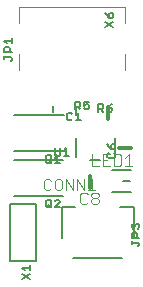
<source format=gbr>
G04 EAGLE Gerber RS-274X export*
G75*
%MOMM*%
%FSLAX34Y34*%
%LPD*%
%INSilkscreen Top*%
%IPPOS*%
%AMOC8*
5,1,8,0,0,1.08239X$1,22.5*%
G01*
%ADD10C,0.304800*%
%ADD11C,0.076200*%
%ADD12C,0.152400*%
%ADD13C,0.203200*%
%ADD14C,0.101600*%


D10*
X104521Y64262D02*
X104521Y74422D01*
D11*
X100895Y60219D02*
X102462Y58651D01*
X100895Y60219D02*
X97759Y60219D01*
X96192Y58651D01*
X96192Y52381D01*
X97759Y50813D01*
X100895Y50813D01*
X102462Y52381D01*
X105547Y58651D02*
X107114Y60219D01*
X110250Y60219D01*
X111818Y58651D01*
X111818Y57084D01*
X110250Y55516D01*
X111818Y53948D01*
X111818Y52381D01*
X110250Y50813D01*
X107114Y50813D01*
X105547Y52381D01*
X105547Y53948D01*
X107114Y55516D01*
X105547Y57084D01*
X105547Y58651D01*
X107114Y55516D02*
X110250Y55516D01*
D10*
X119380Y122301D02*
X119380Y132461D01*
D12*
X89260Y126793D02*
X88159Y127895D01*
X85955Y127895D01*
X84854Y126793D01*
X84854Y122387D01*
X85955Y121285D01*
X88159Y121285D01*
X89260Y122387D01*
X92338Y125691D02*
X94541Y127895D01*
X94541Y121285D01*
X92338Y121285D02*
X96744Y121285D01*
D13*
X81706Y57517D02*
X39706Y57517D01*
X39706Y88025D02*
X81706Y88025D01*
D12*
X66820Y53133D02*
X66820Y48727D01*
X66820Y53133D02*
X67921Y54235D01*
X70125Y54235D01*
X71226Y53133D01*
X71226Y48727D01*
X70125Y47625D01*
X67921Y47625D01*
X66820Y48727D01*
X69023Y49828D02*
X71226Y47625D01*
X74304Y47625D02*
X78710Y47625D01*
X74304Y47625D02*
X78710Y52031D01*
X78710Y53133D01*
X77609Y54235D01*
X75405Y54235D01*
X74304Y53133D01*
D14*
X133600Y163670D02*
X133600Y177170D01*
X44200Y177170D02*
X44200Y163670D01*
X44200Y217170D02*
X133600Y217170D01*
X133600Y203670D01*
X44200Y203670D02*
X44200Y217170D01*
D12*
X117156Y200464D02*
X123766Y204870D01*
X123766Y200464D02*
X117156Y204870D01*
X118258Y210151D02*
X117156Y212354D01*
X118258Y210151D02*
X120461Y207948D01*
X122664Y207948D01*
X123766Y209049D01*
X123766Y211253D01*
X122664Y212354D01*
X121563Y212354D01*
X120461Y211253D01*
X120461Y207948D01*
D13*
X73025Y133604D02*
X73025Y128524D01*
D12*
X91567Y130556D02*
X91567Y137166D01*
X94872Y137166D01*
X95973Y136064D01*
X95973Y133861D01*
X94872Y132759D01*
X91567Y132759D01*
X93770Y132759D02*
X95973Y130556D01*
X99051Y137166D02*
X103458Y137166D01*
X99051Y137166D02*
X99051Y133861D01*
X101254Y134962D01*
X102356Y134962D01*
X103458Y133861D01*
X103458Y131658D01*
X102356Y130556D01*
X100153Y130556D01*
X99051Y131658D01*
D13*
X92710Y131826D02*
X92710Y126746D01*
D12*
X111252Y128778D02*
X111252Y135388D01*
X114557Y135388D01*
X115658Y134286D01*
X115658Y132083D01*
X114557Y130981D01*
X111252Y130981D01*
X113455Y130981D02*
X115658Y128778D01*
X120939Y134286D02*
X123143Y135388D01*
X120939Y134286D02*
X118736Y132083D01*
X118736Y129880D01*
X119838Y128778D01*
X122041Y128778D01*
X123143Y129880D01*
X123143Y130981D01*
X122041Y132083D01*
X118736Y132083D01*
X38354Y172578D02*
X37252Y171477D01*
X38354Y172578D02*
X38354Y173680D01*
X37252Y174781D01*
X31744Y174781D01*
X31744Y173680D02*
X31744Y175883D01*
X31744Y178961D02*
X38354Y178961D01*
X31744Y178961D02*
X31744Y182266D01*
X32846Y183367D01*
X35049Y183367D01*
X36151Y182266D01*
X36151Y178961D01*
X33948Y186445D02*
X31744Y188648D01*
X38354Y188648D01*
X38354Y186445D02*
X38354Y190851D01*
X80744Y47921D02*
X80744Y21921D01*
X80744Y47921D02*
X91744Y47921D01*
X129744Y47921D02*
X141744Y47921D01*
X141744Y21921D01*
X131744Y4921D02*
X89744Y4921D01*
D11*
X71396Y70140D02*
X69828Y71708D01*
X66693Y71708D01*
X65125Y70140D01*
X65125Y63870D01*
X66693Y62302D01*
X69828Y62302D01*
X71396Y63870D01*
X76048Y71708D02*
X79183Y71708D01*
X76048Y71708D02*
X74480Y70140D01*
X74480Y63870D01*
X76048Y62302D01*
X79183Y62302D01*
X80751Y63870D01*
X80751Y70140D01*
X79183Y71708D01*
X83835Y71708D02*
X83835Y62302D01*
X90106Y62302D02*
X83835Y71708D01*
X90106Y71708D02*
X90106Y62302D01*
X93191Y62302D02*
X93191Y71708D01*
X99461Y62302D01*
X99461Y71708D01*
X102546Y68573D02*
X105681Y71708D01*
X105681Y62302D01*
X102546Y62302D02*
X108816Y62302D01*
D13*
X125085Y90679D02*
X125085Y106679D01*
X92085Y106679D02*
X92085Y90679D01*
X104585Y88179D02*
X112585Y88179D01*
D12*
X74599Y92415D02*
X74599Y97923D01*
X74599Y92415D02*
X75700Y91313D01*
X77904Y91313D01*
X79005Y92415D01*
X79005Y97923D01*
X82083Y95719D02*
X84286Y97923D01*
X84286Y91313D01*
X82083Y91313D02*
X86489Y91313D01*
X122937Y78977D02*
X138937Y78977D01*
X137937Y69977D02*
X132437Y69977D01*
X138937Y60977D02*
X122937Y60977D01*
D11*
X105918Y83058D02*
X105918Y92464D01*
X105918Y83058D02*
X112189Y83058D01*
X115273Y92464D02*
X121544Y92464D01*
X115273Y92464D02*
X115273Y83058D01*
X121544Y83058D01*
X118409Y87761D02*
X115273Y87761D01*
X124628Y92464D02*
X124628Y83058D01*
X129331Y83058D01*
X130899Y84626D01*
X130899Y90896D01*
X129331Y92464D01*
X124628Y92464D01*
X133984Y89329D02*
X137119Y92464D01*
X137119Y83058D01*
X133984Y83058D02*
X140254Y83058D01*
D12*
X146050Y15707D02*
X144948Y14605D01*
X146050Y15707D02*
X146050Y16808D01*
X144948Y17910D01*
X139440Y17910D01*
X139440Y19011D02*
X139440Y16808D01*
X139440Y22089D02*
X146050Y22089D01*
X139440Y22089D02*
X139440Y25394D01*
X140542Y26496D01*
X142745Y26496D01*
X143847Y25394D01*
X143847Y22089D01*
X140542Y29573D02*
X139440Y30675D01*
X139440Y32878D01*
X140542Y33980D01*
X141644Y33980D01*
X142745Y32878D01*
X142745Y31777D01*
X142745Y32878D02*
X143847Y33980D01*
X144948Y33980D01*
X146050Y32878D01*
X146050Y30675D01*
X144948Y29573D01*
D10*
X139319Y98044D02*
X129159Y98044D01*
D12*
X120030Y93687D02*
X118928Y92586D01*
X118928Y90383D01*
X120030Y89281D01*
X124436Y89281D01*
X125538Y90383D01*
X125538Y92586D01*
X124436Y93687D01*
X120030Y98968D02*
X118928Y101172D01*
X120030Y98968D02*
X122233Y96765D01*
X124436Y96765D01*
X125538Y97867D01*
X125538Y100070D01*
X124436Y101172D01*
X123335Y101172D01*
X122233Y100070D01*
X122233Y96765D01*
D13*
X58371Y50416D02*
X58371Y2416D01*
X36371Y2416D01*
X36371Y50416D01*
X58371Y50416D01*
D12*
X53467Y-8784D02*
X46857Y-13190D01*
X46857Y-8784D02*
X53467Y-13190D01*
X49061Y-5706D02*
X46857Y-3503D01*
X53467Y-3503D01*
X53467Y-5706D02*
X53467Y-1300D01*
D13*
X39960Y95236D02*
X81960Y95236D01*
X81960Y125744D02*
X39960Y125744D01*
D12*
X67074Y90852D02*
X67074Y86446D01*
X67074Y90852D02*
X68175Y91954D01*
X70379Y91954D01*
X71480Y90852D01*
X71480Y86446D01*
X70379Y85344D01*
X68175Y85344D01*
X67074Y86446D01*
X69277Y87547D02*
X71480Y85344D01*
X74558Y89750D02*
X76761Y91954D01*
X76761Y85344D01*
X74558Y85344D02*
X78964Y85344D01*
M02*

</source>
